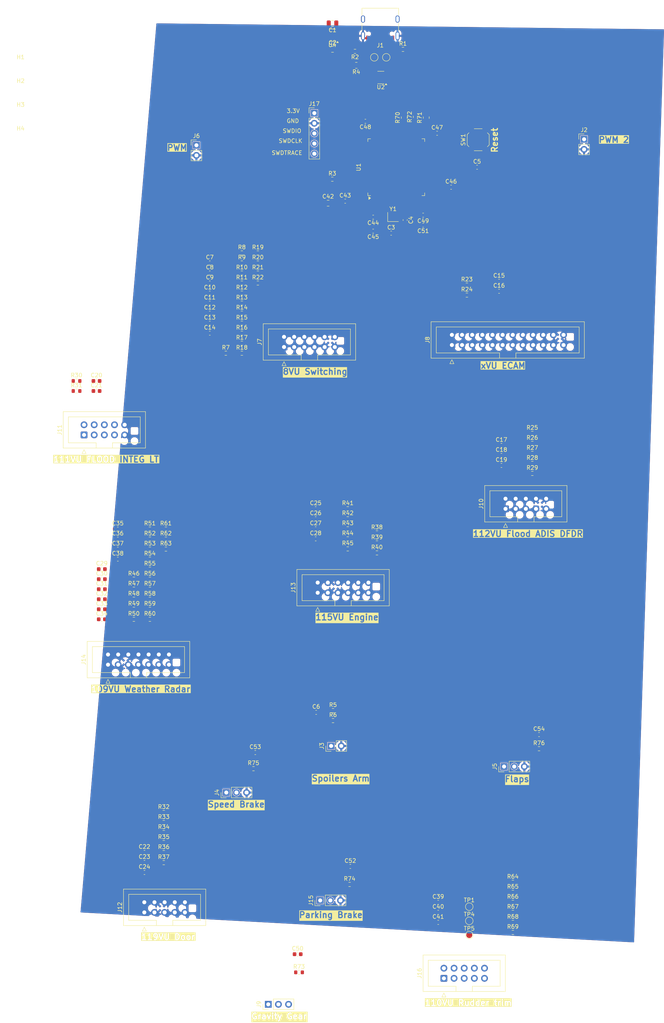
<source format=kicad_pcb>
(kicad_pcb
	(version 20240108)
	(generator "pcbnew")
	(generator_version "8.0")
	(general
		(thickness 1.6)
		(legacy_teardrops no)
	)
	(paper "A4" portrait)
	(layers
		(0 "F.Cu" signal)
		(1 "In1.Cu" signal)
		(2 "In2.Cu" signal)
		(31 "B.Cu" signal)
		(34 "B.Paste" user)
		(35 "F.Paste" user)
		(36 "B.SilkS" user "B.Silkscreen")
		(37 "F.SilkS" user "F.Silkscreen")
		(38 "B.Mask" user)
		(39 "F.Mask" user)
		(44 "Edge.Cuts" user)
		(45 "Margin" user)
		(46 "B.CrtYd" user "B.Courtyard")
		(47 "F.CrtYd" user "F.Courtyard")
		(48 "B.Fab" user)
		(49 "F.Fab" user)
	)
	(setup
		(stackup
			(layer "F.SilkS"
				(type "Top Silk Screen")
				(color "White")
			)
			(layer "F.Paste"
				(type "Top Solder Paste")
			)
			(layer "F.Mask"
				(type "Top Solder Mask")
				(color "Black")
				(thickness 0.01)
			)
			(layer "F.Cu"
				(type "copper")
				(thickness 0.035)
			)
			(layer "dielectric 1"
				(type "prepreg")
				(thickness 0.1)
				(material "FR4")
				(epsilon_r 4.5)
				(loss_tangent 0.02)
			)
			(layer "In1.Cu"
				(type "copper")
				(thickness 0.035)
			)
			(layer "dielectric 2"
				(type "core")
				(thickness 1.24)
				(material "FR4")
				(epsilon_r 4.5)
				(loss_tangent 0.02)
			)
			(layer "In2.Cu"
				(type "copper")
				(thickness 0.035)
			)
			(layer "dielectric 3"
				(type "prepreg")
				(thickness 0.1)
				(material "FR4")
				(epsilon_r 4.5)
				(loss_tangent 0.02)
			)
			(layer "B.Cu"
				(type "copper")
				(thickness 0.035)
			)
			(layer "B.Mask"
				(type "Bottom Solder Mask")
				(color "Black")
				(thickness 0.01)
			)
			(layer "B.Paste"
				(type "Bottom Solder Paste")
			)
			(layer "B.SilkS"
				(type "Bottom Silk Screen")
				(color "White")
			)
			(copper_finish "None")
			(dielectric_constraints yes)
		)
		(pad_to_mask_clearance 0)
		(allow_soldermask_bridges_in_footprints no)
		(pcbplotparams
			(layerselection 0x00010fc_ffffffff)
			(plot_on_all_layers_selection 0x0000000_00000000)
			(disableapertmacros no)
			(usegerberextensions no)
			(usegerberattributes yes)
			(usegerberadvancedattributes yes)
			(creategerberjobfile yes)
			(dashed_line_dash_ratio 12.000000)
			(dashed_line_gap_ratio 3.000000)
			(svgprecision 4)
			(plotframeref no)
			(viasonmask no)
			(mode 1)
			(useauxorigin no)
			(hpglpennumber 1)
			(hpglpenspeed 20)
			(hpglpendiameter 15.000000)
			(pdf_front_fp_property_popups yes)
			(pdf_back_fp_property_popups yes)
			(dxfpolygonmode yes)
			(dxfimperialunits yes)
			(dxfusepcbnewfont yes)
			(psnegative no)
			(psa4output no)
			(plotreference yes)
			(plotvalue yes)
			(plotfptext yes)
			(plotinvisibletext no)
			(sketchpadsonfab no)
			(subtractmaskfromsilk no)
			(outputformat 1)
			(mirror no)
			(drillshape 1)
			(scaleselection 1)
			(outputdirectory "")
		)
	)
	(net 0 "")
	(net 1 "VBUS")
	(net 2 "GND")
	(net 3 "+3V3")
	(net 4 "/HSE_IN")
	(net 5 "/HSE_OUT")
	(net 6 "/SWD_NRST")
	(net 7 "/Spoiler_arm")
	(net 8 "/AIR Capt")
	(net 9 "/AIR FO")
	(net 10 "/ECAM Capt")
	(net 11 "/ECAM FO")
	(net 12 "/EIS Capt")
	(net 13 "/EIS FO")
	(net 14 "/ATT Capt")
	(net 15 "/ATT FO")
	(net 16 "/Upper ECAM Brightness")
	(net 17 "/Lower ECAM Brightness")
	(net 18 "/FLOOD LT PED")
	(net 19 "/DFDR")
	(net 20 "/AIDS")
	(net 21 "/FLOOD LT MIP")
	(net 22 "/INTEG LT")
	(net 23 "/DOOR UNLOCK")
	(net 24 "/DOOR LOCK")
	(net 25 "/DOOR VIDEO")
	(net 26 "/ENG 1 Master")
	(net 27 "/ENG 2 Master")
	(net 28 "/ENG MODE Crank")
	(net 29 "/ENG MODE Start")
	(net 30 "/WXR Gain")
	(net 31 "/WXR Multiscan")
	(net 32 "/WXR CCS")
	(net 33 "/WXR Tilt")
	(net 34 "/WXR MAP")
	(net 35 "/WXR PWS")
	(net 36 "/WXR WX+T")
	(net 37 "/WXR TURB")
	(net 38 "/WXR SYS 1")
	(net 39 "/WXR SYS 2")
	(net 40 "/Rudder Trim Left")
	(net 41 "/Rudder Trim Right")
	(net 42 "/Rudder Reset")
	(net 43 "/Power & USB/USB_CON_D-")
	(net 44 "unconnected-(J1-SBU2-PadB8)")
	(net 45 "unconnected-(J1-SBU1-PadA8)")
	(net 46 "/Power & USB/USB_CON_D+")
	(net 47 "Net-(J1-CC2)")
	(net 48 "Net-(J1-CC1)")
	(net 49 "/PWM 2")
	(net 50 "Net-(J3-Pin_1)")
	(net 51 "/Speed_brake")
	(net 52 "/Flaps")
	(net 53 "/PWM")
	(net 54 "Net-(J7-Pin_2)")
	(net 55 "Net-(J7-Pin_4)")
	(net 56 "Net-(J7-Pin_12)")
	(net 57 "Net-(J7-Pin_10)")
	(net 58 "Net-(J7-Pin_8)")
	(net 59 "Net-(J7-Pin_6)")
	(net 60 "/ECAM Keys Col 3")
	(net 61 "/ECAM LEDs ROW 3")
	(net 62 "/ECAM Keys Col 4")
	(net 63 "/ECAM Keys Col 2")
	(net 64 "/ECAM LEDs ROW 1")
	(net 65 "/ECAM LEDs COL 3")
	(net 66 "/ECAM LEDs ROW 2")
	(net 67 "/ECAM Keys Col 6")
	(net 68 "/ECAM Keys Row 2")
	(net 69 "/ECAM Keys Row 4")
	(net 70 "/ECAM LEDs COL 6")
	(net 71 "/ECAM Keys Col 1")
	(net 72 "/ECAM Keys Row 3")
	(net 73 "/ECAM Keys Col 5")
	(net 74 "/ECAM LEDs COL 1")
	(net 75 "/ECAM LEDs COL 4")
	(net 76 "/ECAM LEDs COL 2")
	(net 77 "/ECAM LEDs COL 5")
	(net 78 "/ECAM Keys Row 1")
	(net 79 "/Gravity Gear")
	(net 80 "Net-(J10-Pin_8)")
	(net 81 "unconnected-(J10-Pin_6-Pad6)")
	(net 82 "unconnected-(J10-Pin_5-Pad5)")
	(net 83 "Net-(J10-Pin_4)")
	(net 84 "unconnected-(J11-Pin_5-Pad5)")
	(net 85 "unconnected-(J11-Pin_6-Pad6)")
	(net 86 "/DOOR OPEN LT")
	(net 87 "Net-(J12-Pin_8)")
	(net 88 "unconnected-(J12-Pin_3-Pad3)")
	(net 89 "unconnected-(J12-Pin_5-Pad5)")
	(net 90 "Net-(J12-Pin_10)")
	(net 91 "Net-(J12-Pin_6)")
	(net 92 "/DOOR FAULT LT")
	(net 93 "Net-(J14-Pin_7)")
	(net 94 "Net-(J14-Pin_12)")
	(net 95 "Net-(J14-Pin_10)")
	(net 96 "Net-(J14-Pin_5)")
	(net 97 "Net-(J14-Pin_9)")
	(net 98 "Net-(J14-Pin_6)")
	(net 99 "Net-(J14-Pin_8)")
	(net 100 "Net-(J14-Pin_4)")
	(net 101 "/Park Brk")
	(net 102 "Net-(J16-Pin_4)")
	(net 103 "Net-(J16-Pin_3)")
	(net 104 "Net-(J16-Pin_8)")
	(net 105 "Net-(J16-Pin_6)")
	(net 106 "Net-(J16-Pin_2)")
	(net 107 "Net-(J16-Pin_5)")
	(net 108 "/SWD_IO")
	(net 109 "/SWD_CLK")
	(net 110 "/SWD_TRACE")
	(net 111 "/BOOT0")
	(net 112 "/SPI_DATA")
	(net 113 "/SPI_CLK")
	(net 114 "/SPI_RCLK")
	(net 115 "unconnected-(U1-PE1-Pad98)")
	(net 116 "unconnected-(U1-PD11-Pad58)")
	(net 117 "unconnected-(U1-PE5-Pad4)")
	(net 118 "unconnected-(U1-PB0-Pad35)")
	(net 119 "unconnected-(U1-PA0-Pad23)")
	(net 120 "unconnected-(U1-PC12-Pad80)")
	(net 121 "unconnected-(U1-PA1-Pad24)")
	(net 122 "unconnected-(U1-PD14-Pad61)")
	(net 123 "unconnected-(U1-PD15-Pad62)")
	(net 124 "unconnected-(U1-PE7-Pad38)")
	(net 125 "unconnected-(U1-PC13-Pad7)")
	(net 126 "unconnected-(U1-PC2-Pad17)")
	(net 127 "unconnected-(U1-PC6-Pad63)")
	(net 128 "unconnected-(U1-PC11-Pad79)")
	(net 129 "unconnected-(U1-PA9-Pad68)")
	(net 130 "unconnected-(U1-PE9-Pad40)")
	(net 131 "unconnected-(U1-PE6-Pad5)")
	(net 132 "unconnected-(U1-PB9-Pad96)")
	(net 133 "unconnected-(U1-PA10-Pad69)")
	(net 134 "unconnected-(U1-PB11-Pad48)")
	(net 135 "unconnected-(U1-PB5-Pad91)")
	(net 136 "unconnected-(U1-PA5-Pad30)")
	(net 137 "unconnected-(U1-PD7-Pad88)")
	(net 138 "unconnected-(U1-PE10-Pad41)")
	(net 139 "unconnected-(U1-PC4-Pad33)")
	(net 140 "unconnected-(U1-PC0-Pad15)")
	(net 141 "unconnected-(U1-PC8-Pad65)")
	(net 142 "unconnected-(U1-PA2-Pad25)")
	(net 143 "unconnected-(U1-PB1-Pad36)")
	(net 144 "unconnected-(U1-PA3-Pad26)")
	(net 145 "unconnected-(U1-PC1-Pad16)")
	(net 146 "unconnected-(U1-PC7-Pad64)")
	(net 147 "/USB_D+")
	(net 148 "unconnected-(U1-PC9-Pad66)")
	(net 149 "unconnected-(U1-PB7-Pad93)")
	(net 150 "unconnected-(U1-PB8-Pad95)")
	(net 151 "unconnected-(U1-PA4-Pad29)")
	(net 152 "unconnected-(U1-PE3-Pad2)")
	(net 153 "unconnected-(U1-PB6-Pad92)")
	(net 154 "unconnected-(U1-PD12-Pad59)")
	(net 155 "unconnected-(U1-PD10-Pad57)")
	(net 156 "unconnected-(U1-PC5-Pad34)")
	(net 157 "unconnected-(U1-PD2-Pad83)")
	(net 158 "unconnected-(U1-PE12-Pad43)")
	(net 159 "unconnected-(U1-PC15-Pad9)")
	(net 160 "unconnected-(U1-PA8-Pad67)")
	(net 161 "unconnected-(U1-PD9-Pad56)")
	(net 162 "unconnected-(U1-PD1-Pad82)")
	(net 163 "unconnected-(U1-PC14-Pad8)")
	(net 164 "unconnected-(U1-PD4-Pad85)")
	(net 165 "unconnected-(U1-PB4-Pad90)")
	(net 166 "unconnected-(U1-PB12-Pad51)")
	(net 167 "unconnected-(U1-PC3-Pad18)")
	(net 168 "unconnected-(U1-PD3-Pad84)")
	(net 169 "unconnected-(U1-PE15-Pad46)")
	(net 170 "unconnected-(U1-PE2-Pad1)")
	(net 171 "unconnected-(U1-PD13-Pad60)")
	(net 172 "unconnected-(U1-NC-Pad73)")
	(net 173 "unconnected-(U1-PE4-Pad3)")
	(net 174 "unconnected-(U1-PE14-Pad45)")
	(net 175 "unconnected-(U1-PE0-Pad97)")
	(net 176 "unconnected-(U1-PA7-Pad32)")
	(net 177 "unconnected-(U1-PD8-Pad55)")
	(net 178 "/USB_D-")
	(net 179 "unconnected-(U1-PD5-Pad86)")
	(net 180 "unconnected-(U1-PD6-Pad87)")
	(net 181 "unconnected-(U1-PA6-Pad31)")
	(net 182 "unconnected-(U1-PE13-Pad44)")
	(net 183 "unconnected-(U1-PD0-Pad81)")
	(net 184 "unconnected-(U1-PC10-Pad78)")
	(net 185 "unconnected-(U1-PE11-Pad42)")
	(net 186 "unconnected-(U1-PB2-Pad37)")
	(net 187 "unconnected-(U1-PE8-Pad39)")
	(net 188 "unconnected-(U4-NC-Pad4)")
	(net 189 "Net-(J4-Pin_2)")
	(net 190 "Net-(J5-Pin_2)")
	(net 191 "Net-(J9-Pin_2)")
	(net 192 "Net-(J15-Pin_2)")
	(net 193 "Net-(J14-Pin_3)")
	(net 194 "unconnected-(J14-Pin_14-Pad14)")
	(net 195 "Net-(J14-Pin_2)")
	(net 196 "Net-(J7-Pin_5)")
	(net 197 "unconnected-(J7-Pin_7-Pad7)")
	(net 198 "Net-(J7-Pin_3)")
	(net 199 "Net-(J8-Pin_2)")
	(net 200 "Net-(J8-Pin_4)")
	(net 201 "unconnected-(J10-Pin_3-Pad3)")
	(net 202 "Net-(J10-Pin_2)")
	(net 203 "unconnected-(J10-Pin_10-Pad10)")
	(net 204 "unconnected-(J11-Pin_8-Pad8)")
	(net 205 "unconnected-(J11-Pin_10-Pad10)")
	(net 206 "Net-(J11-Pin_2)")
	(net 207 "unconnected-(J11-Pin_3-Pad3)")
	(net 208 "Net-(J11-Pin_4)")
	(net 209 "Net-(J13-Pin_8)")
	(net 210 "unconnected-(J13-Pin_7-Pad7)")
	(net 211 "/ENG 1 Fault")
	(net 212 "Net-(J13-Pin_3)")
	(net 213 "Net-(J13-Pin_6)")
	(net 214 "Net-(J13-Pin_5)")
	(net 215 "/ENG 1 Fire")
	(net 216 "/ENG 2 Fire")
	(net 217 "/ENG 2 Fault")
	(net 218 "/Rudder Display PWM")
	(footprint "Resistor_SMD:R_0603_1608Metric" (layer "F.Cu") (at 142.175 241.47))
	(footprint "Capacitor_SMD:C_0603_1608Metric" (layer "F.Cu") (at 148.725 199.5))
	(footprint "Connector_PinHeader_2.54mm:PinHeader_1x05_P2.54mm_Vertical" (layer "F.Cu") (at 92.5 43.96))
	(footprint "Package_TO_SOT_SMD:SOT-23-5" (layer "F.Cu") (at 97 24.5 180))
	(footprint "Connector_IDC:IDC-Header_2x05_P2.54mm_Vertical" (layer "F.Cu") (at 34.88 124.5 90))
	(footprint "Capacitor_SMD:C_0603_1608Metric" (layer "F.Cu") (at 66.345 99.03))
	(footprint "Resistor_SMD:R_0603_1608Metric" (layer "F.Cu") (at 51.355 148.05))
	(footprint "Resistor_SMD:R_0603_1608Metric" (layer "F.Cu") (at 78.375 81.46))
	(footprint "Resistor_SMD:R_0603_1608Metric" (layer "F.Cu") (at 142.175 238.96))
	(footprint "Resistor_SMD:R_0603_1608Metric" (layer "F.Cu") (at 102.675 28.5 180))
	(footprint "Resistor_SMD:R_0603_1608Metric" (layer "F.Cu") (at 51.355 160.6))
	(footprint "Capacitor_SMD:C_0603_1608Metric" (layer "F.Cu") (at 39.325 163.11))
	(footprint "Capacitor_SMD:C_0603_1608Metric" (layer "F.Cu") (at 107.225 70 180))
	(footprint "Resistor_SMD:R_0603_1608Metric" (layer "F.Cu") (at 47.345 160.6))
	(footprint "Resistor_SMD:R_0603_1608Metric" (layer "F.Cu") (at 51.355 170.64))
	(footprint "Capacitor_SMD:C_0603_1608Metric" (layer "F.Cu") (at 66.345 81.46))
	(footprint "Capacitor_SMD:C_0603_1608Metric" (layer "F.Cu") (at 92.845 142.98))
	(footprint "Button_Switch_SMD:SW_Push_1P1T_XKB_TS-1187A" (layer "F.Cu") (at 133.5 50.625 90))
	(footprint "Capacitor_SMD:C_0603_1608Metric" (layer "F.Cu") (at 115.225 70.725 -90))
	(footprint "Capacitor_SMD:C_0603_1608Metric" (layer "F.Cu") (at 50 228.99))
	(footprint "Capacitor_SMD:C_0603_1608Metric" (layer "F.Cu") (at 101.5 232.5))
	(footprint "TestPoint:TestPoint_Pad_D1.5mm" (layer "F.Cu") (at 131.2625 242.57))
	(footprint "MountingHole:MountingHole_2.2mm_M2" (layer "F.Cu") (at 19 39.1))
	(footprint "Resistor_SMD:R_0603_1608Metric" (layer "F.Cu") (at 47.345 165.62))
	(footprint "Resistor_SMD:R_0603_1608Metric" (layer "F.Cu") (at 47.345 170.64))
	(footprint "Capacitor_SMD:C_0603_1608Metric" (layer "F.Cu") (at 66.345 91.5))
	(footprint "NiasStuff:USB_C_Receptacle_G-Switch_GT-USB-7010ASV" (layer "F.Cu") (at 109 21.5 180))
	(footprint "Resistor_SMD:R_0603_1608Metric" (layer "F.Cu") (at 54.825 224.02))
	(footprint "Resistor_SMD:R_0603_1608Metric" (layer "F.Cu") (at 51.355 155.58))
	(footprint "Resistor_SMD:R_0603_1608Metric" (layer "F.Cu") (at 147.04 126.61))
	(footprint "Resistor_SMD:R_0805_2012Metric" (layer "F.Cu") (at 120.5 45.0875 90))
	(footprint "Resistor_SMD:R_0603_1608Metric" (layer "F.Cu") (at 100.865 153.02))
	(footprint "Connector_IDC:IDC-Header_2x12_P2.54mm_Vertical" (layer "F.Cu") (at 126.92 102 90))
	(footprint "MountingHole:MountingHole_2.2mm_M2"
		(layer "F.Cu")
		(uuid "2ea6328c-5804-4629-80a6-98289420e4f1")
		(at 19 45.05)
		(descr "Mounting Hole 2.2mm, no annular, M2")
		(tags "mounting hole 2.2mm no annular m2")
		(property "Reference" "H3"
			(at 0 -3.2 0)
			(layer "F.SilkS")
			(uuid "700322f2-43d7-4946-9306-fa0f3317b37c")
			(effects
				(font
					(size 1 1)
					(thickness 0.15)
				)
			)
		)
		(property "Value" "MountingHole"
			(at 0 3.2 0)
			(layer "F.Fab")
			(uuid "0ac86324-f316-498b-a5aa-b0bee9c7cb05")
			(effects
				(font
					(size 1 1)
					(thickness 0.15)
				)
			)
		)
		(property "Footprint" "MountingHole:MountingHole_2.2mm_M2"
			(at 0 0 0)
			(unlocked yes)
			(layer "F.Fab")
			(hide yes)
			(uuid "e67f5808-8cc3-45ee-ac16-767dfeb25400")
			(effects
				(font
					(size 1.27 1.27)
				)
			)
		)
		(property "Datasheet" ""
			(at 0 0 0)
			(unlocked yes)
			(layer "F.Fab")
			(hide yes)
			(uuid "815e830a-a8d8-4441-80d7-466c3f65b230")
			(effects
				(font
					(size 1.27 1.27)
				)
			)
		)
		(property "Description" ""
			(at 0 0 0)
			(unlocked yes)
			(layer "F.Fab")
			(hide yes)
			(uuid "09145d7d-522c-4b13-9bb1-b4d6b4819725")
			(effects
				(font
					(size 1.27 1.27)
				)
			)
		)
		(property ki_fp_filters "MountingHole*")
		(path "/0049cc49-46e6-4aae-9d08-a461be60e34b")
		(sheetname "Root")
		(sheetfile "PedestalConnectBox.kicad_sch")
		(attr exclude_from_pos_files exclude_from_bom)
		(fp_circle
			(center 0 0)
			(end 2.2 
... [1565037 chars truncated]
</source>
